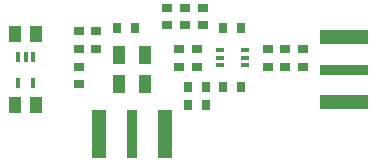
<source format=gbp>
G04*
G04 #@! TF.GenerationSoftware,Altium Limited,Altium Designer,20.1.14 (287)*
G04*
G04 Layer_Color=16770453*
%FSLAX43Y43*%
%MOMM*%
G71*
G04*
G04 #@! TF.SameCoordinates,8E6D0AED-6584-4932-AFB8-F401DEA6884B*
G04*
G04*
G04 #@! TF.FilePolarity,Positive*
G04*
G01*
G75*
%ADD14R,4.100X1.250*%
%ADD15R,1.250X4.100*%
%ADD18R,0.700X0.900*%
%ADD28R,4.100X0.900*%
%ADD29R,0.900X0.700*%
%ADD30R,0.800X0.450*%
%ADD31R,0.900X4.100*%
%ADD32R,1.000X1.500*%
%ADD33R,1.000X1.400*%
%ADD34R,0.400X0.900*%
D14*
X17950Y2775D02*
D03*
Y-2775D02*
D03*
D15*
X2775Y-5450D02*
D03*
X-2775D02*
D03*
D18*
X7750Y-1500D02*
D03*
X9250D02*
D03*
X4750Y-1500D02*
D03*
X6250D02*
D03*
Y-3000D02*
D03*
X4750D02*
D03*
X9250Y3500D02*
D03*
X7750D02*
D03*
X-1250D02*
D03*
X250D02*
D03*
D28*
X17950Y0D02*
D03*
D29*
X14500Y1750D02*
D03*
Y250D02*
D03*
X13000D02*
D03*
Y1750D02*
D03*
X11500D02*
D03*
Y250D02*
D03*
X5500Y1750D02*
D03*
Y250D02*
D03*
X4000Y1750D02*
D03*
Y250D02*
D03*
X6000Y5250D02*
D03*
Y3750D02*
D03*
X4500Y5250D02*
D03*
Y3750D02*
D03*
X3000D02*
D03*
Y5250D02*
D03*
X-3000Y3250D02*
D03*
Y1750D02*
D03*
X-4500D02*
D03*
Y3250D02*
D03*
Y250D02*
D03*
Y-1250D02*
D03*
D30*
X9575Y350D02*
D03*
Y1000D02*
D03*
Y1650D02*
D03*
X7425D02*
D03*
Y1000D02*
D03*
Y350D02*
D03*
D31*
X0Y-5450D02*
D03*
D32*
X-1100Y-1200D02*
D03*
X1100D02*
D03*
Y1200D02*
D03*
X-1100D02*
D03*
D33*
X-9900Y3000D02*
D03*
X-8100D02*
D03*
X-9900Y-3000D02*
D03*
X-8100D02*
D03*
D34*
X-9650Y1100D02*
D03*
X-9000D02*
D03*
X-8350D02*
D03*
Y-1100D02*
D03*
X-9650D02*
D03*
M02*

</source>
